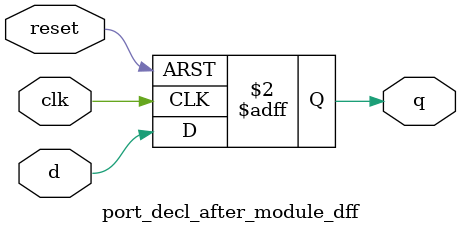
<source format=sv>
module port_decl_after_module_dff(clk, reset, d, q);
    input clk;
    input reset;
    input d;
    output reg q;

    always_ff @(posedge clk or posedge reset) begin
        if (reset)
            q <= 1'b0;
        else
            q <= d;
    end
endmodule
</source>
